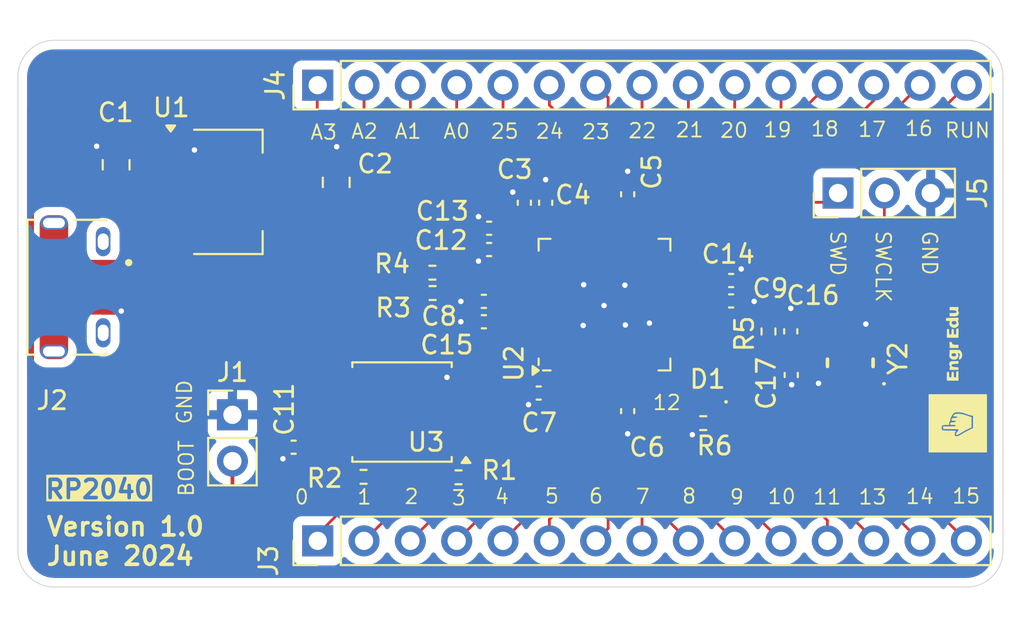
<source format=kicad_pcb>
(kicad_pcb (version 20240108) (generator "pcbnew") (generator_version "8.0")
  (layers (0 "F.Cu" signal) (31 "B.Cu" power) (34 "B.Paste" user) (35 "F.Paste" user) (36 "B.SilkS" user "B.Silkscreen") (37 "F.SilkS" user "F.Silkscreen") (38 "B.Mask" user) (39 "F.Mask" user) (44 "Edge.Cuts" user))
  (net 0 "")
  (net 1 "GND")
  (net 2 "+3.3V")
  (net 3 "+5V")
  (net 4 "/SWCLK")
  (net 5 "/SWD")
  (net 6 "+1V1")
  (net 7 "/USB_D-")
  (net 8 "/USB_D+")
  (net 16 "/QSPI_SS")
  (net 17 "/USB_BOOT")
  (net 18 "/QSPI_SD1")
  (net 19 "/QSPI_CLK")
  (net 20 "/QSPI_SD2")
  (net 21 "/QSPI_SD3")
  (net 22 "/QSPI_SD0")
  (net 23 "/MCU_USB_D+")
  (net 24 "/MCU_USB_D-")
  (net 25 "/XOUT")
  (net 26 "/XIN")
  (net 27 "/RUN")
  (net 28 "/GPIO_16")
  (net 29 "/GPIO_11")
  (net 30 "/GPIO_25")
  (net 31 "/GPIO_ADC2")
  (net 32 "/GPIO_ADC3")
  (net 33 "/GPIO_5")
  (net 34 "/GPIO_17")
  (net 35 "/GPIO_10")
  (net 36 "/GPIO_3")
  (net 37 "/GPIO_7")
  (net 38 "/GPIO_18")
  (net 39 "/GPIO_4")
  (net 40 "/GPIO_23")
  (net 41 "/GPIO_12")
  (net 42 "/GPIO_20")
  (net 43 "/GPIO_22")
  (net 44 "/GPIO_1")
  (net 45 "/GPIO_ADC0")
  (net 46 "/GPIO_8")
  (net 47 "/GPIO_24")
  (net 48 "/GPIO_6")
  (net 49 "/GPIO_0")
  (net 50 "/GPIO_2")
  (net 51 "/GPIO_13")
  (net 52 "/GPIO_14")
  (net 53 "/GPIO_21")
  (net 54 "/GPIO_19")
  (net 55 "/GPIO_ADC1")
  (net 56 "/GPIO_9")
  (net 57 "/GPIO_15")
  (net 58 "Net-(Y2-CRYSTAL_2)")
  (net 59 "Net-(D1-K)")
  (footprint "Capacitor_SMD:C_0402_1005Metric_Pad0.74x0.62mm_HandSolder" (layer "F.Cu") (at 122.9193 69.596)
    (property "Reference" "C9")
    (property "Value" "100nF")
  )
  (footprint "Connector_PinHeader_2.54mm:PinHeader_1x02_P2.54mm_Vertical" (layer "F.Cu") (at 95.5802 75.8444)
    (property "Reference" "J1")
    (property "Value" "Conn_01x02")
  )
  (footprint "Resistor_SMD:R_0402_1005Metric_Pad0.72x0.64mm_HandSolder" (layer "F.Cu") (at 106.553 69.1642 180)
    (property "Reference" "R3")
    (property "Value" "27R")
  )
  (footprint "Resistor_SMD:R_0402_1005Metric_Pad0.72x0.64mm_HandSolder" (layer "F.Cu") (at 102.7684 79.248)
    (property "Reference" "R2")
    (property "Value" "DNP")
  )
  (footprint "LED_SMD:LED_0402_1005Metric_Pad0.77x0.64mm_HandSolder" (layer "F.Cu") (at 121.3745 75.1332 180)
    (property "Reference" "D1")
    (property "Value" "LED")
  )
  (footprint "Resistor_SMD:R_0402_1005Metric_Pad0.72x0.64mm_HandSolder" (layer "F.Cu") (at 124.9654 71.2724 -90)
    (property "Reference" "R5")
    (property "Value" "1k")
  )
  (footprint "Crytal_ABM8-272-T3:Crytal_ABM8-272-T3" (layer "F.Cu") (at 129.4498 72.9926 90)
    (property "Reference" "Y2")
    (property "Value" "ABM8-272-T3" (hide yes))
  )
  (footprint "Capacitor_SMD:C_0402_1005Metric_Pad0.74x0.62mm_HandSolder" (layer "F.Cu") (at 109.6518 65.6082 180)
    (property "Reference" "C13")
    (property "Value" "1uF")
  )
  (footprint "Capacitor_SMD:C_0402_1005Metric_Pad0.74x0.62mm_HandSolder" (layer "F.Cu") (at 109.6518 66.7766)
    (property "Reference" "C12")
    (property "Value" "1uF")
  )
  (footprint "LOGO" (layer "F.Cu") (at 135.4328 73.152 90)
    (property "Reference" "G***" (hide yes))
    (property "Value" "LOGO" (hide yes))
  )
  (footprint "Resistor_SMD:R_0402_1005Metric_Pad0.72x0.64mm_HandSolder" (layer "F.Cu") (at 107.9754 79.2734 180)
    (property "Reference" "R1")
    (property "Value" "1k")
  )
  (footprint "USB_B_Micro_Amphenol:USB_B_Micro_Amphenol" (layer "F.Cu") (at 85.7936 68.8448 -90)
    (property "Reference" "J2")
    (property "Value" "USB_Micro")
  )
  (footprint "Capacitor_SMD:C_0402_1005Metric_Pad0.74x0.62mm_HandSolder" (layer "F.Cu") (at 117.2464 75.6412 -90)
    (property "Reference" "C6")
    (property "Value" "100nF")
  )
  (footprint "Capacitor_SMD:C_0402_1005Metric_Pad0.74x0.62mm_HandSolder" (layer "F.Cu") (at 117.2464 63.7453 90)
    (property "Reference" "C5")
    (property "Value" "100nF")
  )
  (footprint "Capacitor_SMD:C_0805_2012Metric_Pad1.18x1.45mm_HandSolder" (layer "F.Cu") (at 89.2048 62.1284 90)
    (property "Reference" "C1")
    (property "Value" "10uF")
  )
  (footprint "Connector_PinHeader_2.54mm:PinHeader_1x15_P2.54mm_Vertical" (layer "F.Cu") (at 100.2538 82.7596 90)
    (property "Reference" "J3")
    (property "Value" "Conn_01x15")
  )
  (footprint "Resistor_SMD:R_0402_1005Metric_Pad0.72x0.64mm_HandSolder" (layer "F.Cu") (at 121.3866 76.3016)
    (property "Reference" "R6")
    (property "Value" "1k")
  )
  (footprint "Resistor_SMD:R_0402_1005Metric_Pad0.72x0.64mm_HandSolder" (layer "F.Cu") (at 106.5404 68.0466 180)
    (property "Reference" "R4")
    (property "Value" "27R")
  )
  (footprint "Capacitor_SMD:C_0402_1005Metric_Pad0.74x0.62mm_HandSolder" (layer "F.Cu") (at 122.9193 68.4784)
    (property "Reference" "C14")
    (property "Value" "100nF")
  )
  (footprint "Capacitor_SMD:C_0402_1005Metric_Pad0.74x0.62mm_HandSolder" (layer "F.Cu") (at 111.5822 64.2112 90)
    (property "Reference" "C3")
    (property "Value" "100nF")
  )
  (footprint "Package_SO:SOIC-8_5.23x5.23mm_P1.27mm" (layer "F.Cu") (at 104.8766 75.692 180)
    (property "Reference" "U3")
    (property "Value" "W25Q128JVS")
  )
  (footprint "Capacitor_SMD:C_0402_1005Metric_Pad0.74x0.62mm_HandSolder" (layer "F.Cu") (at 98.933 77.6224 180)
    (property "Reference" "C11")
    (property "Value" "100nF")
  )
  (footprint "Package_TO_SOT_SMD:SOT-223-3_TabPin2" (layer "F.Cu") (at 95.3262 63.6137)
    (property "Reference" "U1")
    (property "Value" "NCP1117-3.3_SOT223")
  )
  (footprint "Capacitor_SMD:C_0402_1005Metric_Pad0.74x0.62mm_HandSolder" (layer "F.Cu") (at 126.2126 73.66 90)
    (property "Reference" "C17")
    (property "Value" "10pF")
  )
  (footprint "Capacitor_SMD:C_0805_2012Metric_Pad1.18x1.45mm_HandSolder" (layer "F.Cu") (at 101.2698 63.0936 90)
    (property "Reference" "C2")
    (property "Value" "10uF")
  )
  (footprint "Capacitor_SMD:C_0402_1005Metric_Pad0.74x0.62mm_HandSolder" (layer "F.Cu") (at 112.7506 64.2112 90)
    (property "Reference" "C4")
    (property "Value" "100nF")
  )
  (footprint "Capacitor_SMD:C_0402_1005Metric_Pad0.74x0.62mm_HandSolder" (layer "F.Cu") (at 109.3637 69.6214 180)
    (property "Reference" "C8")
    (property "Value" "100nF")
  )
  (footprint "Connector_PinHeader_2.54mm:PinHeader_1x03_P2.54mm_Vertical" (layer "F.Cu") (at 128.778 63.6778 90)
    (property "Reference" "J5")
    (property "Value" "SLink_Conn")
  )
  (footprint "Capacitor_SMD:C_0402_1005Metric_Pad0.74x0.62mm_HandSolder" (layer "F.Cu") (at 112.3696 74.6506 180)
    (property "Reference" "C7")
    (property "Value" "100nF")
  )
  (footprint "Package_DFN_QFN:QFN-56-1EP_7x7mm_P0.4mm_EP3.2x3.2mm" (layer "F.Cu") (at 115.9764 69.7992 90)
    (property "Reference" "U2")
    (property "Value" "RP2040")
  )
  (footprint "Capacitor_SMD:C_0402_1005Metric_Pad0.74x0.62mm_HandSolder" (layer "F.Cu") (at 126.1846 71.2637 -90)
    (property "Reference" "C16")
    (property "Value" "10pF")
  )
  (footprint "Connector_PinHeader_2.54mm:PinHeader_1x15_P2.54mm_Vertical" (layer "F.Cu") (at 100.2538 57.7596 90)
    (property "Reference" "J4")
    (property "Value" "Conn_01x15")
  )
  (footprint "Capacitor_SMD:C_0402_1005Metric_Pad0.74x0.62mm_HandSolder" (layer "F.Cu") (at 109.3637 70.739 180)
    (property "Reference" "C15")
    (property "Value" "100nF")
  )
  (gr_arc (start 135.82 55.2958) (mid 137.234214 55.881586) (end 137.82 57.2958) (stroke (width 0.05)) (layer "Edge.Cuts"))
  (gr_line (start 137.82 57.2958) (end 137.82 83.2958) (stroke (width 0.05)) (layer "Edge.Cuts"))
  (gr_arc (start 83.82 57.2958) (mid 84.405786 55.881586) (end 85.82 55.2958) (stroke (width 0.05)) (layer "Edge.Cuts"))
  (gr_line (start 135.82 85.2958) (end 85.82 85.2958) (stroke (width 0.05)) (layer "Edge.Cuts"))
  (gr_arc (start 85.82 85.2958) (mid 84.405786 84.710014) (end 83.82 83.2958) (stroke (width 0.05)) (layer "Edge.Cuts"))
  (gr_line (start 83.82 83.2958) (end 83.82 57.2958) (stroke (width 0.05)) (layer "Edge.Cuts"))
  (gr_arc (start 137.82 83.2958) (mid 137.234214 84.710014) (end 135.82 85.2958) (stroke (width 0.05)) (layer "Edge.Cuts"))
  (gr_line (start 85.82 55.2958) (end 135.82 55.2958) (stroke (width 0.05)) (layer "Edge.Cuts"))
  (gr_text "10" (at 124.8664 80.7974 0) (layer "F.SilkS") (effects (font (size 0.8 0.8) (thickness 0.1)) (justify left bottom)))
  (gr_text "25" (at 109.6772 60.7568 0) (layer "F.SilkS") (effects (font (size 0.8 0.8) (thickness 0.1)) (justify left bottom)))
  (gr_text "GND\n" (at 133.3246 65.6844 -90) (layer "F.SilkS") (effects (font (size 0.8 0.8) (thickness 0.1)) (justify left bottom)))
  (gr_text "11" (at 127.3556 80.8228 0) (layer "F.SilkS") (effects (font (size 0.8 0.8) (thickness 0.1)) (justify left bottom)))
  (gr_text "RUN" (at 134.5692 60.706 0) (layer "F.SilkS") (effects (font (size 0.8 0.8) (thickness 0.1)) (justify left bottom)))
  (gr_text "A3" (at 99.7966 60.8076 0) (layer "F.SilkS") (effects (font (size 0.8 0.8) (thickness 0.1)) (justify left bottom)))
  (gr_text "20" (at 122.2502 60.706 0) (layer "F.SilkS") (effects (font (size 0.8 0.8) (thickness 0.1)) (justify left bottom)))
  (gr_text "0" (at 98.933 80.8228 0) (layer "F.SilkS") (effects (font (size 0.8 0.8) (thickness 0.1)) (justify left bottom)))
  (gr_text "RP2040" (at 85.217 80.518 0) (layer "F.SilkS" knockout) (effects (font (size 1 1) (thickness 0.2) (bold yes)) (justify left bottom)))
  (gr_text "14" (at 132.4356 80.7974 0) (layer "F.SilkS") (effects (font (size 0.8 0.8) (thickness 0.1)) (justify left bottom)))
  (gr_text "GND" (at 93.4212 76.4286 90) (layer "F.SilkS") (effects (font (size 0.8 0.8) (thickness 0.1)) (justify left bottom)))
  (gr_text "18" (at 127.2286 60.6298 0) (layer "F.SilkS") (effects (font (size 0.8 0.8) (thickness 0.1)) (justify left bottom)))
  (gr_text "2" (at 104.9528 80.7974 0) (layer "F.SilkS") (effects (font (size 0.8 0.8) (thickness 0.1)) (justify left bottom)))
  (gr_text "23" (at 114.681 60.7822 0) (layer "F.SilkS") (effects (font (size 0.8 0.8) (thickness 0.1)) (justify left bottom)))
  (gr_text "A2" (at 102.0318 60.7568 0) (layer "F.SilkS") (effects (font (size 0.8 0.8) (thickness 0.1)) (justify left bottom)))
  (gr_text "SWCLK\n" (at 130.7846 65.6844 -90) (layer "F.SilkS") (effects (font (size 0.8 0.8) (thickness 0.1)) (justify left bottom)))
  (gr_text "13" (at 129.8448 80.8228 0) (layer "F.SilkS") (effects (font (size 0.8 0.8) (thickness 0.1)) (justify left bottom)))
  (gr_text "4" (at 109.9058 80.7974 0) (layer "F.SilkS") (effects (font (size 0.8 0.8) (thickness 0.1)) (justify left bottom)))
  (gr_text "19" (at 124.6378 60.6806 0) (layer "F.SilkS") (effects (font (size 0.8 0.8) (thickness 0.1)) (justify left bottom)))
  (gr_text "A0" (at 107.0864 60.7568 0) (layer "F.SilkS") (effects (font (size 0.8 0.8) (thickness 0.1)) (justify left bottom)))
  (gr_text "16" (at 132.3848 60.6044 0) (layer "F.SilkS") (effects (font (size 0.8 0.8) (thickness 0.1)) (justify left bottom)))
  (gr_text "8" (at 120.1674 80.772 0) (layer "F.SilkS") (effects (font (size 0.8 0.8) (thickness 0.1)) (justify left bottom)))
  (gr_text "9" (at 122.7836 80.8228 0) (layer "F.SilkS") (effects (font (size 0.8 0.8) (thickness 0.1)) (justify left bottom)))
  (gr_text "5" (at 112.649 80.772 0) (layer "F.SilkS") (effects (font (size 0.8 0.8) (thickness 0.1)) (justify left bottom)))
  (gr_text "15" (at 134.9756 80.772 0) (layer "F.SilkS") (effects (font (size 0.8 0.8) (thickness 0.1)) (justify left bottom)))
  (gr_text "BOOT" (at 93.5228 80.391 90) (layer "F.SilkS") (effects (font (size 0.8 0.8) (thickness 0.1)) (justify left bottom)))
  (gr_text "7" (at 117.6274 80.7974 0) (layer "F.SilkS") (effects (font (size 0.8 0.8) (thickness 0.1)) (justify left bottom)))
  (gr_text "3" (at 107.5436 80.8736 0) (layer "F.SilkS") (effects (font (size 0.8 0.8) (thickness 0.1)) (justify left bottom)))
  (gr_text "17" (at 129.8194 60.6552 0) (layer "F.SilkS") (effects (font (size 0.8 0.8) (thickness 0.1)) (justify left bottom)))
  (gr_text "6" (at 115.062 80.772 0) (layer "F.SilkS") (effects (font (size 0.8 0.8) (thickness 0.1)) (justify left bottom)))
  (gr_text "SWD" (at 128.2954 65.6844 -90) (layer "F.SilkS") (effects (font (size 0.8 0.8) (thickness 0.1)) (justify left bottom)))
  (gr_text "12" (at 118.5672 75.6412 0) (layer "F.SilkS") (effects (font (size 0.8 0.8) (thickness 0.1)) (justify left bottom)))
  (gr_text "22" (at 117.221 60.7314 0) (layer "F.SilkS") (effects (font (size 0.8 0.8) (thickness 0.1)) (justify left bottom)))
  (gr_text "24\n" (at 112.141 60.7568 0) (layer "F.SilkS") (effects (font (size 0.8 0.8) (thickness 0.1)) (justify left bottom)))
  (gr_text "21" (at 119.8118 60.6806 0) (layer "F.SilkS") (effects (font (size 0.8 0.8) (thickness 0.1)) (justify left bottom)))
  (gr_text "A1" (at 104.4194 60.7568 0) (layer "F.SilkS") (effects (font (size 0.8 0.8) (thickness 0.1)) (justify left bottom)))
  (gr_text "Version 1.0\nJune 2024" (at 85.2932 84.1756 0) (layer "F.SilkS") (effects (font (size 1 1) (thickness 0.2) (bold yes)) (justify left bottom)))
  (gr_text "1" (at 102.362 80.8228 0) (layer "F.SilkS") (effects (font (size 0.8 0.8) (thickness 0.1)) (justify left bottom)))
  (segment (start 127.7112 74.1172) (end 128.5494 74.1172) (width 0.381) (layer "F.Cu") (net 1))
  (segment (start 108.7962 69.6214) (end 108.1024 69.6214) (width 0.381) (layer "F.Cu") (net 1))
  (segment (start 111.3195 63.6437) (end 111.3028 63.627) (width 0.381) (layer "F.Cu") (net 1))
  (segment (start 111.8021 75.2769) (end 111.8108 75.2856) (width 0.381) (layer "F.Cu") (net 1))
  (segment (start 111.3028 63.627) (end 110.9472 63.627) (width 0.381) (layer "F.Cu") (net 1))
  (segment (start 101.2952 62.0307) (end 101.2698 62.0561) (width 0.381) (layer "F.Cu") (net 1))
  (segment (start 128.5494 74.1172) (end 128.5748 74.1426) (width 0.381) (layer "F.Cu") (net 1))
  (segment (start 109.0843 64.9899) (end 109.0843 65.6082) (width 0.381) (layer "F.Cu") (net 1))
  (segment (start 108.4766 73.787) (end 107.3404 73.787) (width 0.381) (layer "F.Cu") (net 1))
  (segment (start 123.4868 68.4784) (end 123.4868 67.8608) (width 0.381) (layer "F.Cu") (net 1))
  (segment (start 120.7891 76.3016) (end 120.7891 76.9354) (width 0.381) (layer "F.Cu") (net 1))
  (segment (start 108.7962 70.739) (end 108.1024 70.739) (width 0.381) (layer "F.Cu") (net 1))
  (segment (start 126.1872 70.0024) (end 126.1872 70.6936) (width 0.381) (layer "F.Cu") (net 1))
  (segment (start 124.1806 69.6214) (end 123.5122 69.6214) (width 0.381) (layer "F.Cu") (net 1))
  (segment (start 112.7506 62.9412) (end 112.7506 63.6437) (width 0.381) (layer "F.Cu") (net 1))
  (segment (start 120.7891 76.9354) (end 120.7903 76.9366) (width 0.381) (layer "F.Cu") (net 1))
  (segment (start 98.3655 77.6224) (end 98.3655 78.2407) (width 0.381) (layer "F.Cu") (net 1))
  (segment (start 111.5822 63.6437) (end 111.3195 63.6437) (width 0.381) (layer "F.Cu") (net 1))
  (segment (start 130.302 70.866) (end 130.3248 70.8888) (width 0.381) (layer "F.Cu") (net 1))
  (segment (start 117.2464 76.2087) (end 117.2464 76.8858) (width 0.381) (layer "F.Cu") (net 1))
  (segment (start 109.0843 67.3949) (end 109.0676 67.4116) (width 0.381) (layer "F.Cu") (net 1))
  (segment (start 92.1781 61.3156) (end 92.1762 61.3137) (width 0.381) (layer "F.Cu") (net 1))
  (segment (start 118.4562 70.7992) (end 118.4402 70.8152) (width 0.1524) (layer "F.Cu") (net 1))
  (segment (start 123.5122 69.6214) (end 123.4868 69.596) (width 0.381) (layer "F.Cu") (net 1))
  (segment (start 123.4868 67.8608) (end 123.4694 67.8434) (width 0.381) (layer "F.Cu") (net 1))
  (segment (start 88.4786 70.1548) (end 88.4686 70.1448) (width 0.381) (layer "F.Cu") (net 1))
  (segment (start 98.3655 78.2407) (end 98.3488 78.2574) (width 0.381) (layer "F.Cu") (net 1))
  (segment (start 89.2048 61.0909) (end 88.1595 61.0909) (width 0.381) (layer "F.Cu") (net 1))
  (segment (start 93.4974 61.3156) (end 92.1781 61.3156) (width 0.381) (layer "F.Cu") (net 1))
  (segment (start 89.4842 70.1548) (end 88.4786 70.1548) (width 0.381) (layer "F.Cu") (net 1))
  (segment (start 109.0843 66.7766) (end 109.0843 67.3949) (width 0.381) (layer "F.Cu") (net 1))
  (segment (start 101.2952 61.1378) (end 101.2952 62.0307) (width 0.381) (layer "F.Cu") (net 1))
  (segment (start 126.1872 70.6936) (end 126.1846 70.6962) (width 0.381) (layer "F.Cu") (net 1))
  (segment (start 117.2464 62.484) (end 117.2464 63.1778) (width 0.381) (layer "F.Cu") (net 1))
  (segment (start 130.3248 70.8888) (end 130.3248 71.8426) (width 0.381) (layer "F.Cu") (net 1))
  (segment (start 111.8021 74.6506) (end 111.8021 75.2769) (width 0.381) (layer "F.Cu") (net 1))
  (segment (start 88.1595 61.0909) (end 88.138 61.1124) (width 0.381) (layer "F.Cu") (net 1))
  (segment (start 119.4139 70.7992) (end 118.4562 70.7992) (width 0.1524) (layer "F.Cu") (net 1))
  (segment (start 109.0676 64.9732) (end 109.0843 64.9899) (width 0.381) (layer "F.Cu") (net 1))
  (via (at 108.1024 69.6214) (size 0.6) (drill 0.3) (layers "F.Cu" "B.Cu") (net 1))
  (via (at 115.951 69.85) (size 0.6) (drill 0.3) (layers "F.Cu" "B.Cu") (net 1))
  (via (at 88.138 61.1124) (size 0.6) (drill 0.3) (layers "F.Cu" "B.Cu") (net 1))
  (via (at 109.0676 64.9732) (size 0.6) (drill 0.3) (layers "F.Cu" "B.Cu") (net 1))
  (via (at 126.1872 70.0024) (size 0.6) (drill 0.3) (layers "F.Cu" "B.Cu") (net 1))
  (via (at 117.2464 62.484) (size 0.6) (drill 0.3) (layers "F.Cu" "B.Cu") (net 1))
  (via (at 126.238 74.1934) (size 0.6) (drill 0.3) (layers "F.Cu" "B.Cu") (net 1))
  (via (at 123.4694 67.8434) (size 0.6) (drill 0.3) (layers "F.Cu" "B.Cu") (net 1))
  (via (at 114.8334 68.707) (size 0.6) (drill 0.3) (layers "F.Cu" "B.Cu") (net 1))
  (via (at 127.7112 74.1172) (size 0.6) (drill 0.3) (layers "F.Cu" "B.Cu") (net 1))
  (via (at 107.3404 73.787) (size 0.6) (drill 0.3) (layers "F.Cu" "B.Cu") (net 1))
  (via (at 93.4974 61.3156) (size 0.6) (drill 0.3) (layers "F.Cu" "B.Cu") (net 1))
  (via (at 120.7903 76.9366) (size 0.6) (drill 0.3) (layers "F.Cu" "B.Cu") (net 1))
  (via (at 117.094 68.7324) (size 0.6) (drill 0.3) (layers "F.Cu" "B.Cu") (net 1))
  (via (at 117.2464 76.8858) (size 0.6) (drill 0.3) (layers "F.Cu" "B.Cu") (net 1))
  (via (at 117.1194 70.9168) (size 0.6) (drill 0.3) (layers "F.Cu" "B.Cu") (net 1))
  (via (at 101.2952 61.1378) (size 0.6) (drill 0.3) (layers "F.Cu" "B.Cu") (net 1))
  (via (at 112.7506 62.9412) (size 0.6) (drill 0.3) (layers "F.Cu" "B.Cu") (net 1))
  (via (at 110.9472 63.627) (size 0.6) (drill 0.3) (layers "F.Cu" "B.Cu") (net 1))
  (via (at 98.3488 78.2574) (size 0.6) (drill 0.3) (layers "F.Cu" "B.Cu") (net 1))
  (via (at 130.302 70.866) (size 0.6) (drill 0.3) (layers "F.Cu" "B.Cu") (net 1))
  (via (at 118.4402 70.8152) (size 0.6) (drill 0.3) (layers "F.Cu" "B.Cu") (net 1))
  (via (at 124.1806 69.6214) (size 0.6) (drill 0.3) (layers "F.Cu" "B.Cu") (net 1))
  (via (at 109.0676 67.4116) (size 0.6) (drill 0.3) (layers "F.Cu" "B.Cu") (net 1))
  (via (at 89.4842 70.1548) (size 0.6) (drill 0.3) (layers "F.Cu" "B.Cu") (net 1))
  (via (at 114.808 70.9422) (size 0.6) (drill 0.3) (layers "F.Cu" "B.Cu") (net 1))
  (via (at 111.8108 75.2856) (size 0.6) (drill 0.3) (layers "F.Cu" "B.Cu") (net 1))
  (via (at 108.1024 70.739) (size 0.6) (drill 0.3) (layers "F.Cu" "B.Cu") (net 1))
  (segment (start 116.9764 72.0946) (end 116.9764 73.2367) (width 0.1524) (layer "F.Cu") (net 2))
  (segment (start 118.4688 69.5992) (end 118.364 69.4944) (width 0.1524) (layer "F.Cu") (net 2))
  (segment (start 114.0206 67.691) (end 113.792 67.9196) (width 0.1524) (layer "F.Cu") (net 2))
  (segment (start 113.4716 67.5992) (end 113.792 67.9196) (width 0.1524) (layer "F.Cu") (net 2))
  (segment (start 99.4664 76.7588) (end 99.4664 77.5883) (width 0.381) (layer "F.Cu") (net 2))
  (segment (start 116.8146 67.691) (end 114.8334 67.691) (width 0.1524) (layer "F.Cu") (net 2))
  (segment (start 112.9371 74.0831) (end 112.9371 74.6506) (width 0.1524) (layer "F.Cu") (net 2))
  (segment (start 116.9764 66.3617) (end 116.9764 67.5292) (width 0.1524) (layer "F.Cu") (net 2))
  (segment (start 118.2116 67.691) (end 116.8146 67.691) (width 0.1524) (layer "F.Cu") (net 2))
  (segment (start 113.3764 73.6438) (end 112.9371 74.0831) (width 0.1524) (layer "F.Cu") (net 2))
  (segment (start 119.4139 69.5992) (end 122.3486 69.5992) (width 0.1524) (layer "F.Cu") (net 2))
  (segment (start 114.8334 67.691) (end 114.0206 67.691) (width 0.1524) (layer "F.Cu") (net 2))
  (segment (start 117.2464 64.9986) (end 117.2464 64.3128) (width 0.1524) (layer "F.Cu") (net 2))
  (segment (start 110.9472 65.6082) (end 110.2193 65.6082) (width 0.1524) (layer "F.Cu") (net 2))
  (segment (start 84.5105 73.533) (end 84.8407 73.8632) (width 0.381) (layer "F.Cu") (net 2))
  (segment (start 116.9764 66.3617) (end 116.9764 65.2686) (width 0.1524) (layer "F.Cu") (net 2))
  (segment (start 95.758 63.6137) (end 95.3516 63.2073) (width 0.381) (layer "F.Cu") (net 2))
  (segment (start 94.3356 58.0136) (end 85.6488 58.0136) (width 0.381) (layer "F.Cu") (net 2))
  (segment (start 113.2678 67.1992) (end 112.5389 67.1992) (width 0.1524) (layer "F.Cu") (net 2))
  (segment (start 111.8524 67.1992) (end 111.5822 66.929) (width 0.1524) (layer "F.Cu") (net 2))
  (segment (start 93.218 72.2376) (end 97.6122 72.2376) (width 0.381) (layer "F.Cu") (net 2))
  (segment (start 85.6488 58.0136) (end 84.5105 59.1519) (width 0.381) (layer "F.Cu") (net 2))
  (segment (start 111.5822 66.929) (end 111.5822 64.7787) (width 0.1524) (layer "F.Cu") (net 2))
  (segment (start 113.6238 69.1992) (end 113.792 69.3674) (width 0.1524) (layer "F.Cu") (net 2))
  (segment (start 111.2266 65.8876) (end 110.9472 65.6082) (width 0.1524) (layer "F.Cu") (net 2))
  (segment (start 84.8407 73.8632) (end 91.5924 73.8632) (width 0.381) (layer "F.Cu") (net 2))
  (segment (start 116.9764 67.5292) (end 116.8146 67.691) (width 0.1524) (layer "F.Cu") (net 2))
  (segment (start 109.7495 64.1311) (end 110.2106 64.5922) (width 0.381) (layer "F.Cu") (net 2))
  (segment (start 113.5158 69.5992) (end 113.792 69.8754) (width 0.1524) (layer "F.Cu") (net 2))
  (segment (start 113.3764 73.2367) (end 113.3764 73.6438) (width 0.1524) (layer "F.Cu") (net 2))
  (segment (start 102.1963 78.1171) (end 102.1963 79.2226) (width 0.2032) (layer "F.Cu") (net 2))
  (segment (start 113.792 69.8754) (end 113.792 71.7042) (width 0.1524) (layer "F.Cu") (net 2))
  (segment (start 113.3764 66.3617) (end 113.3764 67.0906) (width 0.1524) (layer "F.Cu") (net 2))
  (segment (start 112.8945 66.3617) (end 113.3748 66.3617) (width 0.2032) (layer "F.Cu") (net 2))
  (segment (start 98.4504 75.7428) (end 99.4664 76.7588) (width 0.381) (layer "F.Cu") (net 2))
  (segment (start 112.7506 66.2178) (end 112.8945 66.3617) (width 0.2032) (layer "F.Cu") (net 2))
  (segment (start 112.5389 69.1992) (end 113.6238 69.1992) (width 0.1524) (layer "F.Cu") (net 2))
  (segment (start 110.2106 65.5995) (end 110.2193 65.6082) (width 0.381) (layer "F.Cu") (net 2))
  (segment (start 113.3764 72.577) (end 114.0206 71.9328) (width 0.1524) (layer "F.Cu") (net 2))
  (segment (start 118.364 69.4944) (end 118.364 67.8434) (width 0.1524) (layer "F.Cu") (net 2))
  (segment (start 117.2464 75.0737) (end 117.2464 74.5236) (width 0.1524) (layer "F.Cu") (net 2))
  (segment (start 111.2266 67.0814) (end 111.2266 65.8876) (width 0.1524) (layer "F.Cu") (net 2))
  (segment (start 112.7506 64.7787) (end 112.7506 66.2178) (width 0.2032) (layer "F.Cu") (net 2))
  (segment (start 101.2766 77.597) (end 101.6762 77.597) (width 0.2032) (layer "F.Cu") (net 2))
  (segment (start 101.2698 64.1311) (end 98.9936 64.1311) (width 0.381) (layer "F.Cu") (net 2))
  (segment (start 101.2698 64.1311) (end 109.7495 64.1311) (width 0.381) (layer "F.Cu") (net 2))
  (segment (start 102.1963 79.2226) (end 102.1709 79.248) (width 0.2032) (layer "F.Cu") (net 2))
  (segment (start 84.5105 59.1519) (end 84.5105 73.533) (width 0.381) (layer "F.Cu") (net 2))
  (segment (start 118.364 67.8434) (end 118.2116 67.691) (width 0.1524) (layer "F.Cu") (net 2))
  (segment (start 99.5259 77.597) (end 99.5005 77.6224) (width 0.2032) (layer "F.Cu") (net 2))
  (segment (start 98.9936 64.1311) (end 98.4762 63.6137) (width 0.381) (layer "F.Cu") (net 2))
  (segment (start 110.2106 64.5922) (end 110.2106 65.5995) (width 0.381) (layer "F.Cu") (net 2))
  (segment (start 112.5389 69.5992) (end 109.9534 69.5992) (width 0.1524) (layer "F.Cu") (net 2))
  (segment (start 92.1762 63.6137) (end 98.4762 63.6137) (width 0.381) (layer "F.Cu") (net 2))
  (segment (start 116.9764 74.2536) (end 116.9764 73.2367) (width 0.1524) (layer "F.Cu") (net 2))
  (segment (start 112.5389 67.5992) (end 111.7444 67.5992) (width 0.1524) (layer "F.Cu") (net 2))
  (segment (start 117.2464 74.5236) (end 116.9764 74.2536) (width 0.1524) (layer "F.Cu") (net 2))
  (segment (start 114.0206 71.9328) (end 116.8146 71.9328) (width 0.1524) (layer "F.Cu") (net 2))
  (segment (start 116.9764 65.2686) (end 117.2464 64.9986) (width 0.1524) (layer "F.Cu") (net 2))
  (segment (start 97.6122 72.2376) (end 98.4504 73.0758) (width 0.381) (layer "F.Cu") (net 2))
  (segment (start 113.284 67.183) (end 114.2238 67.183) (width 0.1524) (layer "F.Cu") (net 2))
  (segment (start 113.792 67.9196) (end 113.792 69.3674) (width 0.1524) (layer "F.Cu") (net 2))
  (segment (start 99.4664 77.5883) (end 99.5005 77.6224) (width 0.381) (layer "F.Cu") (net 2))
  (segment (start 113.3764 67.0906) (end 113.2678 67.1992) (width 0.1524) (layer "F.Cu") (net 2))
  (segment (start 119.4139 69.5992) (end 118.4688 69.5992) (width 0.1524) (layer "F.Cu") (net 2))
  (segment (start 109.9534 69.5992) (end 109.9312 69.6214) (width 0.1524) (layer "F.Cu") (net 2))
  (segment (start 95.3516 59.0296) (end 94.3356 58.0136) (width 0.381) (layer "F.Cu") (net 2))
  (segment (start 91.5924 73.8632) (end 93.218 72.2376) (width 0.381) (layer "F.Cu") (net 2))
  (segment (start 101.6762 77.597) (end 102.1963 78.1171) (width 0.2032) (layer "F.Cu") (net 2))
  (segment (start 114.7318 67.691) (end 114.8334 67.691) (width 0.1524) (layer "F.Cu") (net 2))
  (segment (start 98.4504 73.0758) (end 98.4504 75.7428) (width 0.381) (layer "F.Cu") (net 2))
  (segment (start 112.5389 67.1992) (end 111.8524 67.1992) (width 0.1524) (layer "F.Cu") (net 2))
  (segment (start 122.3486 69.5992) (end 122.3518 69.596) (width 0.1524) (layer "F.Cu") (net 2))
  (segment (start 113.2678 67.1992) (end 113.284 67.183) (width 0.1524) (layer "F.Cu") (net 2))
  (segment (start 114.2238 67.183) (end 114.7318 67.691) (width 0.1524) (layer "F.Cu") (net 2))
  (segment (start 111.7444 67.5992) (end 111.2266 67.0814) (width 0.1524) (layer "F.Cu") (net 2))
  (segment (start 101.2766 77.597) (end 99.5259 77.597) (width 0.2032) (layer "F.Cu") (net 2))
  (segment (start 95.3516 63.2073) (end 95.3516 59.0296) (width 0.381) (layer "F.Cu") (net 2))
  (segment (start 116.8146 71.9328) (end 116.9764 72.0946) (width 0.1524) (layer "F.Cu") (net 2))
  (segment (start 113.792 69.3674) (end 113.792 69.8754) (width 0.1524) (layer "F.Cu") (net 2))
  (segment (start 113.792 71.7042) (end 114.0206 71.9328) (width 0.1524) (layer "F.Cu") (net 2))
  (segment (start 112.5389 67.5992) (end 113.4716 67.5992) (width 0.1524) (layer "F.Cu") (net 2))
  (segment (start 112.5389 69.5992) (end 113.5158 69.5992) (width 0.1524) (layer "F.Cu") (net 2))
  (segment (start 113.3764 73.2367) (end 113.3764 72.577) (width 0.1524) (layer "F.Cu") (net 2))
  (segment (start 92.1766 67.056) (end 92.1762 67.0556) (width 0.381) (layer "F.Cu") (net 3))
  (segment (start 89.3572 63.3183) (end 89.2048 63.1659) (width 0.381) (layer "F.Cu") (net 3))
  (segment (start 92.1762 65.9137) (end 90.6533 65.9137) (width 0.381) (layer "F.Cu") (net 3))
  (segment (start 92.1762 67.0556) (end 92.1762 65.9137) (width 0.381) (layer "F.Cu") (net 3))
  (segment (start 90.6533 65.9137) (end 89.3572 64.6176) (width 0.381) (layer "F.Cu") (net 3))
  (segment (start 91.6878 67.5448) (end 92.1766 67.056) (width 0.381) (layer "F.Cu") (net 3))
  (segment (start 89.3572 64.6176) (end 89.3572 63.3183) (width 0.381) (layer "F.Cu") (net 3))
  (segment (start 88.4686 67.5448) (end 91.6878 67.5448) (width 0.381) (layer "F.Cu") (net 3))
  (segment (start 121.5644 67.691) (end 121.8438 67.691) (width 0.1524) (layer "F.Cu") (net 4))
  (segment (start 131.318 64.9986) (end 131.318 63.6778) (width 0.1524) (layer "F.Cu") (net 4))
  (segment (start 119.4139 68.7992) (end 120.4562 68.7992) (width 0.1524) (layer "F.Cu") (net 4))
  (segment (start 121.8438 67.691) (end 123.444 66.0908) (width 0.1524) (layer "F.Cu") (net 4))
  (segment (start 130.2258 66.0908) (end 131.318 64.9986) (width 0.1524) (layer "F.Cu") (net 4))
  (segment (start 120.4562 68.7992) (end 121.5644 67.691) (width 0.1524) (layer "F.Cu") (net 4))
  (segment (start 123.444 66.0908) (end 130.2258 66.0908) (width 0.1524) (layer "F.Cu") (net 4))
  (segment (start 119.4139 68.3992) (end 120.2974 68.3992) (width 0.1524) (layer "F.Cu") (net 5))
  (segment (start 120.2974 68.3992) (end 124.5108 64.1858) (width 0.1524) (layer "F.Cu") (net 5))
  (segment (start 128.27 64.1858) (end 128.778 63.6778) (width 0.1524) (layer "F.Cu") (net 5))
  (segment (start 124.5108 64.1858) (end 128.27 64.1858) (width 0.1524) (layer "F.Cu") (net 5))
  (segment (start 120.7674 69.1992) (end 121.4882 68.4784) (width 0.1524) (layer "F.Cu") (net 6))
  (segment (start 110.6678 70.739) (end 109.9312 70.739) (width 0.1524) (layer "F.Cu") (net 6))
  (segment (start 112.5389 69.9992) (end 111.0266 69.9992) (width 0.1524) (layer "F.Cu") (net 6))
  (segment (start 112.5389 67.9992) (end 110.7982 67.9992) (width 0.1524) (layer "F.Cu") (net 6))
  (segment (start 110.7694 70.2564) (end 110.7694 70.6374) (width 0.1524) (layer "F.Cu") (net 6))
  (segment (start 119.4139 69.1992) (end 120.7674 69.1992) (width 0.1524) (layer "F.Cu") (net 6))
  (segment (start 110.2106 67.4116) (end 110.2193 67.4029) (width 0.1524) (layer "F.Cu") (net 6))
  (segment (start 111.0266 69.9992) (end 110.7694 70.2564) (width 0.1524) (layer "F.Cu") (net 6))
  (segment (start 121.4882 68.4784) (end 122.3518 68.4784) (width 0.1524) (layer "F.Cu") (net 6))
  (segment (start 110.2193 67.4029) (end 110.2193 66.7766) (width 0.1524) (layer "F.Cu") (net 6))
  (segment (start 110.7982 67.9992) (end 110.2106 67.4116) (width 0.1524) (layer "F.Cu") (net 6))
  (segment (start 110.7694 70.6374) (end 110.6678 70.739) (width 0.1524) (layer "F.Cu") (net 6))
  (segment (start 105.615401 68.374099) (end 105.9429 68.0466) (width 0.2) (layer "F.Cu") (net 7))
  (segment (start 89.581101 68.2948) (end 104.751238 68.2948) (width 0.2) (layer "F.Cu") (net 7))
  (segment (start 104.751238 68.2948) (end 104.830537 68.374099) (width 0.2) (layer "F.Cu") (net 7))
  (segment (start 89.481101 68.1948) (end 89.581101 68.2948) (width 0.2) (layer "F.Cu") (net 7))
  (segment (start 104.830537 68.374099) (end 105.615401 68.374099) (width 0.2) (layer "F.Cu") (net 7))
  (segment (start 88.4686 68.1948) (end 89.481101 68.1948) (width 0.2) (layer "F.Cu") (net 7))
  (segment (start 88.4686 68.8448) (end 89.481101 68.8448) (width 0.2) (layer "F.Cu") (net 8))
  (segment (start 89.581101 68.7448) (end 104.5718 68.7448) (width 0.2) (layer "F.Cu") (net 8))
  (segment (start 105.615401 68.824101) (end 105.9555 69.1642) (width 0.2) (layer "F.Cu") (net 8))
  (segment (start 89.481101 68.8448) (end 89.581101 68.7448) (width 0.2) (layer "F.Cu") (net 8))
  (segment (start 104.651101 68.824101) (end 105.615401 68.824101) (width 0.2) (layer "F.Cu") (net 8))
  (segment (start 104.5718 68.7448) (end 104.651101 68.824101) (width 0.2) (layer "F.Cu") (net 8))
  (segment (start 103.3913 78.4727) (end 103.3913 79.2226) (width 0.2032) (layer "F.Cu") (net 16))
  (segment (start 103.3913 78.4727) (end 104.2162 77.6478) (width 0.2032) (layer "F.Cu") (net 16))
  (segment (start 112.03284 72.3992) (end 110.998 73.43404) (width 0.1524) (layer "F.Cu") (net 16))
  (segment (start 104.2162 77.6478) (end 108.4258 77.6478) (width 0.2032) (layer "F.Cu") (net 16))
  (segment (start 108.5729 77.6933) (end 108.5729 79.2734) (width 0.1524) (layer "F.Cu") (net 16))
  (segment (start 103.3913 79.2226) (end 103.3659 79.248) (width 0.2032) (layer "F.Cu") (net 16))
  (segment (start 108.4258 77.6478) (end 108.4766 77.597) (width 0.2032) (layer "F.Cu") (net 16))
  (segment (start 110.998 77.216) (end 110.617 77.597) (width 0.1524) (layer "F.Cu") (net 16))
  (segment (start 112.5389 72.3992) (end 112.03284 72.3992) (width 0.1524) (layer "F.Cu") (net 16))
  (segment (start 108.4766 77.597) (end 108.5729 77.6933) (width 0.1524) (layer "F.Cu") (net 16))
  (segment (start 110.617 77.597) (end 108.4766 77.597) (width 0.1524) (layer "F.Cu") (net 16))
  (segment (start 110.998 73.43404) (end 110.998 77.216) (width 0.1524) (layer "F.Cu") (net 16))
  (segment (start 106.0196 79.2734) (end 107.3779 79.2734) (width 0.2032) (layer "F.Cu") (net 17))
  (segment (start 95.5802 78.3844) (end 95.5802 79.8068) (width 0.2032) (layer "F.Cu") (net 17))
  (segment (start 96.139 80.3656) (end 104.9274 80.3656) (width 0.2032) (layer "F.Cu") (net 17))
  (segment (start 104.9274 80.3656) (end 106.0196 79.2734) (width 0.2032) (layer "F.Cu") (net 17))
  (segment (start 95.5802 79.8068) (end 96.139 80.3656) (width 0.2032) (layer "F.Cu") (net 17))
  (segment (start 110.5884 73.345272) (end 110.5884 75.8222) (width 0.1524) (layer "F.Cu") (net 18))
  (segment (start 111.934472 71.9992) (end 110.5884 73.345272) (width 0.1524) (layer "F.Cu") (net 18))
  (segment (start 110.109 76.3016) (end 108.502 76.3016) (width 0.1524) (layer "F.Cu") (net 18))
  (segment (start 108.502 76.3016) (end 108.4766 76.327) (width 0.1524) (layer "F.Cu") (net 18))
  (segment (start 110.5884 75.8222) (end 110.109 76.3016) (width 0.1524) (layer "F.Cu") (net 18))
  (segment (start 112.5389 71.9992) (end 111.934472 71.9992) (width 0.1524) (layer "F.Cu") (net 18))
  (segment (start 101.2766 75.057) (end 100.2538 75.057) (width 0.1524) (layer "F.Cu") (net 19))
  (segment (start 100.2538 75.057) (end 100.0252 74.8284) (width 0.1524) (layer "F.Cu") (net 19))
  (segment (start 100.0252 74.8284) (end 100.0252 72.4916) (width 0.1524) (layer "F.Cu") (net 19))
  (segment (start 100.0252 72.4916) (end 100.6602 71.8566) (width 0.1524) (layer "F.Cu") (net 19))
  (segment (start 110.581968 71.8566) (end 111.639368 70.7992) (width 0.1524) (layer "F.Cu") (net 19))
  (segment (start 111.639368 70.7992) (end 112.5389 70.7992) (width 0.1524) (layer "F.Cu") (net 19))
  (segment (start 100.6602 71.8566) (end 110.581968 71.8566) (width 0.1524) (layer "F.Cu") (net 19))
  (segment (start 109.9566 75.057) (end 108.4766 75.057) (width 0.1524) (layer "F.Cu") (net 20))
  (segment (start 110.236 74.7776) (end 109.9566 75.057) (width 0.1524) (layer "F.Cu") (net 20))
  (segment (start 112.5389 71.5992) (end 111.836104 71.5992) (width 0.1524) (layer "F.Cu") (net 20))
  (segment (start 110.236 73.199304) (end 110.236 74.7776) (width 0.1524) (layer "F.Cu") (net 20))
  (segment (start 111.836104 71.5992) (end 110.236 73.199304) (width 0.1524) (layer "F.Cu") (net 20))
  (segment (start 99.6442 72.263) (end 100.4062 71.501) (width 0.1524) (layer "F.Cu") (net 21))
  (segment (start 100.4062 71.501) (end 110.4392 71.501) (width 0.1524) (layer "F.Cu") (net 21))
  (segment (start 100.2284 76.327) (end 99.6442 75.7428) (width 0.1524) (layer "F.Cu") (net 21))
  (segment (start 99.6442 75.7428) (end 99.6442 72.263) (width 0.1524) (layer "F.Cu") (net 21))
  (segment (start 101.2766 76.327) (end 100.2284 76.327) (width 0.1524) (layer "F.Cu") (net 21))
  (segment (start 110.4392 71.501) (end 111.541 70.3992) (width 0.1524) (layer "F.Cu") (net 21))
  (segment (start 111.541 70.3992) (end 112.5389 70.3992) (width 0.1524) (layer "F.Cu") (net 21))
  (segment (start 110.724736 72.2122) (end 103.0732 72.2122) (width 0.1524) (layer "F.Cu") (net 22))
  (segment (start 102.87 72.4154) (end 102.87 73.533) (width 0.1524) (layer "F.Cu") (net 22))
  (segment (start 111.737736 71.1992) (end 110.724736 72.2122) (width 0.1524) (layer "F.Cu") (net 22))
  (segment (start 102.616 73.787) (end 101.2766 73.787) (width 0.1524) (layer "F.Cu") (net 22))
  (segment (start 102.87 73.533) (end 102.616 73.787) (width 0.1524) (layer "F.Cu") (net 22))
  (segment (start 103.0732 72.2122) (end 102.87 72.4154) (width 0.1524) (layer "F.Cu") (net 22))
  (segment (start 112.5389 71.1992) (end 111.737736 71.1992) (width 0.1524) (layer "F.Cu") (net 22))
  (segment (start 107.5018 68.8129) (end 107.1505 69.1642) (width 0.1524) (layer "F.Cu") (net 23))
  (segment (start 108.7394 68.8086) (end 108.7374 68.8066) (width 0.1524) (layer "F.Cu") (net 23))
  (segment (start 111.363 68.7992) (end 111.3536 68.8086) (width 0.1524) (layer "F.Cu") (net 23))
  (segment (start 112.5389 68.7992) (end 111.363 68.7992) (width 0.1524) (layer "F.Cu") (net 23))
  (segment (start 107.9246 68.8066) (end 107.9183 68.8129) (width 0.1524) (layer "F.Cu") (net 23))
  (segment (start 107.9183 68.8129) (end 107.5018 68.8129) (width 0.1524) (layer "F.Cu") (net 23))
  (segment (start 108.7374 68.8066) (end 107.9246 68.8066) (width 0.1524) (layer "F.Cu") (net 23))
  (segment (start 111.3536 68.8086) (end 108.7394 68.8086) (width 0.1524) (layer "F.Cu") (net 23))
  (segment (start 111.3312 68.3992) (end 111.3282 68.4022) (width 0.1524) (layer "F.Cu") (net 24))
  (segment (start 107.77061 68.4042) (end 107.76431 68.4105) (width 0.1524) (layer "F.Cu") (net 24))
  (segment (start 107.76431 68.4105) (end 107.5018 68.4105) (width 0.1524) (layer "F.Cu") (net 24))
  (segment (start 111.3282 68.4022) (end 108.7394 68.4022) (width 0.1524) (layer "F.Cu") (net 24))
  (segment (start 108.7374 68.4042) (end 107.77061 68.4042) (width 0.1524) (layer "F.Cu") (net 24))
  (segment (start 107.5018 68.4105) (end 107.1379 68.0466) (width 0.1524) (layer "F.Cu") (net 24))
  (segment (start 108.7394 68.4022) (end 108.7374 68.4042) (width 0.1524) (layer "F.Cu") (net 24))
  (segment (start 112.5389 68.3992) (end 111.3312 68.3992) (width 0.1524) (layer "F.Cu") (net 24))
  (segment (start 124.8771 70.5866) (end 124.9654 70.6749) (width 0.1524) (layer "F.Cu") (net 25))
  (segment (start 121.0278 69.9992) (end 121.6152 70.5866) (width 0.1524) (layer "F.Cu") (net 25))
  (segment (start 121.6152 70.5866) (end 124.8771 70.5866) (width 0.1524) (layer "F.Cu") (net 25))
  (segment (start 119.4139 69.9992) (end 121.0278 69.9992) (width 0.1524) (layer "F.Cu") (net 25))
  (segment (start 126.2213 73.1012) (end 126.2126 73.0925) (width 0.1524) (layer "F.Cu") (net 26))
  (segment (start 123.2575 73.0925) (end 126.2126 73.0925) (width 0.1524) (layer "F.Cu") (net 26))
  (segment (start 130.3248 74.1426) (end 130.3248 73.505) (width 0.1524) (layer "F.Cu") (net 26))
  (segment (start 120.5642 70.3992) (end 123.2575 73.0925) (width 0.1524) (layer "F.Cu") (net 26))
  (segment (start 119.4139 70.3992) (end 120.5642 70.3992) (width 0.1524) (layer "F.Cu") (net 26))
  (segment (start 129.921 73.1012) (end 126.2213 73.1012) (width 0.1524) (layer "F.Cu") (net 26))
  (segment (start 130.3248 73.505) (end 129.921 73.1012) (width 0.1524) (layer "F.Cu") (net 26))
  (segment (start 125.9078 63.3222) (end 127.4826 61.7474) (width 0.1524) (layer "F.Cu") (net 27))
  (segment (start 124.1044 63.3222) (end 125.9078 63.3222) (width 0.1524) (layer "F.Cu") (net 27))
  (segment (start 120.7008 67.4624) (end 120.7008 66.7258) (width 0.1524) (layer "F.Cu") (net 27))
  (segment (start 133.0706 60.5028) (end 135.8138 57.7596) (width 0.1524) (layer "F.Cu") (net 27))
  (segment (start 132.2578 60.5028) (end 133.0706 60.5028) (width 0.1524) (layer "F.Cu") (net 27))
  (segment (start 119.4139 67.9992) (end 120.164 67.9992) (width 0.1524) (layer "F.Cu") (net 27))
  (segment (start 120.7008 66.7258) (end 124.1044 63.3222) (width 0.1524) (layer "F.Cu") (net 27))
  (segment (start 120.164 67.9992) (end 120.7008 67.4624) (width 0.1524) (layer "F.Cu") (net 27))
  (segment (start 127.4826 61.7474) (end 131.0132 61.7474) (width 0.1524) (layer "F.Cu") (net 27))
  (segment (start 131.0132 61.7474) (end 132.2578 60.5028) (width 0.1524) (layer "F.Cu") (net 27))
  (segment (start 124.333 62.5348) (end 125.7554 62.5348) (width 0.1524) (layer "F.Cu") (net 28))
  (segment (start 125.7554 62.5348) (end 127.3302 60.96) (width 0.1524) (layer "F.Cu") (net 28))
  (segment (start 127.3302 60.96) (end 130.0734 60.96) (width 0.1524) (layer "F.Cu") (net 28))
  (segment (start 120.2436 66.6242) (end 124.333 62.5348) (width 0.1524) (layer "F.Cu") (net 28))
  (segment (start 120.2436 67.3354) (end 120.2436 66.6242) (width 0.1524) (layer "F.Cu") (net 28))
  (segment (start 130.0734 60.96) (end 133.2738 57.7596) (width 0.1524) (layer "F.Cu") (net 28))
  (segment (start 119.4139 67.5992) (end 119.9798 67.5992) (width 0.1524) (layer "F.Cu") (net 28))
  (segment (start 119.9798 67.5992) (end 120.2436 67.3354) (width 0.1524) (layer "F.Cu") (net 28))
  (segment (start 119.2022 76.2254) (end 121.8692 78.8924) (width 0.1524) (layer "F.Cu") (net 29))
  (segment (start 125.4506 78.8924) (end 128.1938 81.6356) (width 0.1524) (layer "F.Cu") (net 29))
  (segment (start 119.2022 75.3872) (end 119.2022 76.2254) (width 0.1524) (layer "F.Cu") (net 29))
  (segment (start 118.9313 73.2367) (end 119.1768 73.4822) (width 0.1524) (layer "F.Cu") (net 29))
  (segment (start 119.1768 73.4822) (end 119.1768 75.3618) (width 0.1524) (layer "F.Cu") (net 29))
  (segment (start 128.1938 81.6356) (end 128.1938 82.7596) (width 0.1524) (layer "F.Cu") (net 29))
  (segment (start 119.1768 75.3618) (end 119.2022 75.3872) (width 0.1524) (layer "F.Cu") (net 29))
  (segment (start 118.5764 73.2367) (end 118.9313 73.2367) (width 0.1524) (layer "F.Cu") (net 29))
  (segment (start 121.8692 78.8924) (end 125.4506 78.8924) (width 0.1524) (layer "F.Cu") (net 29))
  (segment (start 111.2774 60.2488) (end 110.4138 59.3852) (width 0.1524) (layer "F.Cu") (net 30))
  (segment (start 113.6142 60.2488) (end 111.2774 60.2488) (width 0.1524) (layer "F.Cu") (net 30))
  (segment (start 115.3764 62.011) (end 113.6142 60.2488) (width 0.1524) (layer "F.Cu") (net 30))
  (segment (start 115.3764 66.3617) (end 115.3764 62.011) (width 0.1524) (layer "F.Cu") (net 30))
  (segment (start 110.4138 59.3852) (end 110.4138 57.7596) (width 0.1524) (layer "F.Cu") (net 30))
  (segment (start 105.1814 61.7982) (end 102.7938 59.4106) (width 0.1524) (layer "F.Cu") (net 31))
  (segment (start 114.1764 62.6398) (end 113.3348 61.7982) (width 0.1524) (layer "F.Cu") (net 31))
  (segment (start 102.7938 59.4106) (end 102.7938 57.7596) (width 0.1524) (layer "F.Cu") (net 31))
  (segment (start 114.1764 66.3617) (end 114.1764 62.6398) (width 0.1524) (layer "F.Cu") (net 31))
  (segment (start 113.3348 61.7982) (end 105.1814 61.7982) (width 0.1524) (layer "F.Cu") (net 31))
  (segment (start 113.284 62.3062) (end 104.1908 62.3062) (width 0.1524) (layer "F.Cu") (net 32))
  (segment (start 100.2284 59.7154) (end 100.2284 57.785) (width 0.1524) (layer "F.Cu") (net 32))
  (segment (start 113.7764 62.7986) (end 113.284 62.3062) (width 0.1524) (layer "F.Cu") (net 32))
  (segment (start 102.2858 60.4012) (end 100.9142 60.4012) (width 0.1524) (layer "F.Cu") (net 32))
  (segment (start 100.9142 60.4012) (end 100.2284 59.7154) (width 0.1524) (layer "F.Cu") (net 32))
  (segment (start 100.2284 57.785) (end 100.2538 57.7596) (width 0.1524) (layer "F.Cu") (net 32))
  (segment (start 104.1908 62.3062) (end 102.2858 60.4012) (width 0.1524) (layer "F.Cu") (net 32))
  (segment (start 113.7764 66.3617) (end 113.7764 62.7986) (width 0.1524) (layer "F.Cu") (net 32))
  (segment (start 115.7764 78.7622) (end 112.9538 81.5848) (width 0.1524) (layer "F.Cu") (net 33))
  (segment (start 115.7764 73.2367) (end 115.7764 78.7622) (width 0.1524) (layer "F.Cu") (net 33))
  (segment (start 112.9538 81.5848) (end 112.9538 82.7596) (width 0.1524) (layer "F.Cu") (net 33))
  (segment (start 119.4139 67.1992) (end 119.4139 66.4379) (width 0.1524) (layer "F.Cu") (net 34))
  (segment (start 127.254 59.9948) (end 129.3368 59.9948) (width 0.1524) (layer "F.Cu") (net 34))
  (segment (start 124.1298 61.722) (end 125.5268 61.722) (width 0.1524) (layer "F.Cu") (net 34))
  (segment (start 125.5268 61.722) (end 127.254 59.9948) (width 0.1524) (layer "F.Cu") (net 34))
  (segment (start 119.4139 66.4379) (end 124.1298 61.722) (width 0.1524) (layer "F.Cu") (net 34))
  (segment (start 129.3368 59.9948) (end 130.7338 58.5978) (width 0.1524) (layer "F.Cu") (net 34))
  (segment (start 130.7338 58.5978) (end 130.7338 57.7596) (width 0.1524) (layer "F.Cu") (net 34))
  (segment (start 121.3358 80.4672) (end 123.3614 80.4672) (width 0.1524) (layer "F.Cu") (net 35))
  (segment (start 118.6688 74.3458) (end 118.6688 76.3016) (width 0.1524) (layer "F.Cu") (net 35))
  (segment (start 120.4214 79.5528) (end 121.3358 80.4672) (width 0.1524) (layer "F.Cu") (net 35))
  (segment (start 120.4214 78.0542) (end 120.4214 79.5528) (width 0.1524) (layer "F.Cu") (net 35))
  (segment (start 118.1764 73.2367) (end 118.1764 73.8534) (width 0.1524) (layer "F.Cu") (net 35))
  (segment (start 123.3614 80.4672) (end 125.6538 82.7596) (width 0.1524) (layer "F.Cu") (net 35))
  (segment (start 118.6688 76.3016) (end 120.4214 78.0542) (width 0.1524) (layer "F.Cu") (net 35))
  (segment (start 118.1764 73.8534) (end 118.6688 74.3458) (width 0.1524) (layer "F.Cu") (net 35))
  (segment (start 114.9764 77.0476) (end 110.7948 81.2292) (width 0.1524) (layer "F.Cu") (net 36))
  (segment (start 109.4042 81.2292) (end 107.8738 82.7596) (width 0.1524) (layer "F.Cu") (net 36))
  (segment (start 110.7948 81.2292) (end 109.4042 81.2292) (width 0.1524) (layer "F.Cu") (net 36))
  (segment (start 114.9764 73.2367) (end 114.9764 77.0476) (width 0.1524) (layer "F.Cu") (net 36))
  (segment (start 116.5764 73.2367) (end 116.5764 77.3588) (width 0.1524) (layer "F.Cu") (net 37))
  (segment (start 116.5764 77.3588) (end 118.0338 78.8162) (width 0.1524) (layer "F.Cu") (net 37))
  (segment (start 118.0338 78.8162) (end 118.0338 82.7596) (width 0.1524) (layer "F.Cu") (net 37))
  (segment (start 118.9736 65.913) (end 123.825 61.0616) (width 0.1524) (layer "F.Cu") (net 38))
  (segment (start 118.9736 66.1924) (end 118.9736 65.913) (width 0.1524) (layer "F.Cu") (net 38))
  (segment (start 118.8043 66.3617) (end 118.9736 66.1924) (width 0.1524) (layer "F.Cu") (net 38))
  (segment (start 123.825 61.0616) (end 124.8918 61.0616) (width 0.1524) (layer "F.Cu") (net 38))
  (segment (start 124.8918 61.0616) (end 128.1938 57.7596) (width 0.1524) (layer "F.Cu") (net 38))
  (segment (start 118.5764 66.3617) (end 118.8043 66.3617) (width 0.1524) (layer "F.Cu") (net 38))
  (segment (start 115.3764 73.2367) (end 115.3764 77.7906) (width 0.1524) (layer "F.Cu") (net 39))
  (segment (start 115.3764 77.7906) (end 110.4138 82.7532) (width 0.1524) (layer "F.Cu") (net 39))
  (segment (start 110.4138 82.7532) (end 110.4138 82.7596) (width 0.1524) (layer "F.Cu") (net 39))
  (segment (start 116.1764 66.3617) (end 116.1764 58.4422) (width 0.1524) (layer "F.Cu") (net 40))
  (segment (start 116.1764 58.4422) (end 115.4938 57.7596) (width 0.1524) (layer "F.Cu") (net 40))
  (segment (start 119.948 72.3992) (end 120.802 73.2532) (width 0.1524) (layer "F.Cu") (net 41))
  (segment (start 120.802 73.2532) (end 120.802 75.1332) (width 0.1524) (layer "F.Cu") (net 41))
  (segment (start 119.4139 72.3992) (end 119.948 72.3992) (width 0.1524) (layer "F.Cu") (net 41))
  (segment (start 117.7764 65.51) (end 123.1138 60.1726) (width 0.1524) (layer "F.Cu") (net 42))
  (segment (start 123.1138 60.1726) (end 123.1138 57.7596) (width 0.1524) (layer "F.Cu") (net 42))
  (segment (start 117.7764 66.3617) (end 117.7764 65.51) (width 0.1524) (layer "F.Cu") (net 42))
  (segment (start 116.5764 61.3252) (end 118.0338 59.8678) (width 0.1524) (layer "F.Cu") (net 43))
  (segment (start 116.5764 66.3617) (end 116.5764 61.3252) (width 0.1524) (layer "F.Cu") (net 43))
  (segment (start 118.0338 59.8678) (end 118.0338 57.7596) (width 0.1524) (layer "F.Cu") (net 43))
  (segment (start 114.1764 73.2367) (end 114.1764 76.603) (width 0.1524) (layer "F.Cu") (net 44))
  (segment (start 106.7054 80.4672) (end 105.8926 81.28) (width 0.1524) (layer "F.Cu") (net 44))
  (segment (start 114.1764 76.603) (end 110.3122 80.4672) (width 0.1524) (layer "F.Cu") (net 44))
  (segment (start 105.8926 81.28) (end 104.2734 81.28) (width 0.1524) (layer "F.Cu") (net 44))
  (segment (start 104.2734 81.28) (end 102.7938 82.7596) (width 0.1524) (layer "F.Cu") (net 44))
  (segment (start 110.3122 80.4672) (end 106.7054 80.4672) (width 0.1524) (layer "F.Cu") (net 44))
  (segment (start 114.9764 62.2714) (end 113.4872 60.7822) (width 0.1524) (layer "F.Cu") (net 45))
  (segment (start 113.4872 60.7822) (end 109.0168 60.7822) (width 0.1524) (layer "F.Cu") (net 45))
  (segment (start 107.8738 59.6392) (end 107.8738 57.7596) (width 0.1524) (layer "F.Cu") (net 45))
  (segment (start 109.0168 60.7822) (end 107.8738 59.6392) (width 0.1524) (layer "F.Cu") (net 45))
  (segment (start 114.9764 66.3617) (end 114.9764 62.2714) (width 0.1524) (layer "F.Cu") (net 45))
  (segment (start 118.8974 77.6986) (end 118.8974 81.0832) (width 0.1524) (layer "F.Cu") (net 46))
  (segment (start 117.3764 74.0694) (end 117.9322 74.6252) (width 0.1524) (layer "F.Cu") (net 46))
  (segment (start 117.9322 76.7334) (end 118.8974 77.6986) (width 0.1524) (layer "F.Cu") (net 46))
  (segment (start 117.3764 73.2367) (end 117.3764 74.0694) (width 0.1524) (layer "F.Cu") (net 46))
  (segment (start 117.9322 74.6252) (end 117.9322 76.7334) (width 0.1524) (layer "F.Cu") (net 46))
  (segment (start 118.8974 81.0832) (end 120.5738 82.7596) (width 0.1524) (layer "F.Cu") (net 46))
  (segment (start 115.7764 61.6744) (end 112.9538 58.8518) (width 0.1524) (layer "F.Cu") (net 47))
  (segment (start 115.7764 66.3617) (end 115.7764 61.6744) (width 0.1524) (layer "F.Cu") (net 47))
  (segment (start 112.9538 58.8518) (end 112.9538 57.7596) (width 0.1524) (layer "F.Cu") (net 47))
  (segment (start 116.1764 82.077) (end 115.4938 82.7596) (width 0.1524) (layer "F.Cu") (net 48))
  (segment (start 116.1764 73.2367) (end 116.1764 82.077) (width 0.1524) (layer "F.Cu") (net 48))
  (segment (start 113.7764 76.4442) (end 110.1344 80.0862) (width 0.1524) (layer "F.Cu") (net 49))
  (segment (start 113.7764 73.2367) (end 113.7764 76.4442) (width 0.1524) (layer "F.Cu") (net 49))
  (segment (start 100.2538 82.3976) (end 100.2538 82.7596) (width 0.1524) (layer "F.Cu") (net 49))
  (segment (start 106.426 80.0862) (end 105.6132 80.899) (width 0.1524) (layer "F.Cu") (net 49))
  (segment (start 101.7524 80.899) (end 100.2538 82.3976) (width 0.1524) (layer "F.Cu") (net 49))
  (segment (start 110.1344 80.0862) (end 106.426 80.0862) (width 0.1524) (layer "F.Cu") (net 49))
  (segment (start 105.6132 80.899) (end 101.7524 80.899) (width 0.1524) (layer "F.Cu") (net 49))
  (segment (start 114.5764 76.8126) (end 110.5408 80.8482) (width 0.1524) (layer "F.Cu") (net 50))
  (segment (start 114.5764 73.2367) (end 114.5764 76.8126) (width 0.1524) (layer "F.Cu") (net 50))
  (segment (start 110.5408 80.8482) (end 107.2452 80.8482) (width 0.1524) (layer "F.Cu") (net 50))
  (segment (start 107.2452 80.8482) (end 105.3338 82.7596) (width 0.1524) (layer "F.Cu") (net 50))
  (segment (start 119.4139 71.9992) (end 120.056 71.9992) (width 0.1524) (layer "F.Cu") (net 51))
  (segment (start 130.7338 82.677) (end 130.7338 82.7596) (width 0.1524) (layer "F.Cu") (net 51))
  (segment (start 120.056 71.9992) (end 130.7338 82.677) (width 0.1524) (layer "F.Cu") (net 51))
  (segment (start 119.4139 71.5992) (end 120.154369 71.5992) (width 0.1524) (layer "F.Cu") (net 52))
  (segment (start 127.7556 77.2414) (end 133.2738 82.7596) (width 0.1524) (layer "F.Cu") (net 52))
  (segment (start 120.378485 71.823316) (end 120.378485 71.823317) (width 0.1524) (layer "F.Cu") (net 52))
  (segment (start 120.154369 71.5992) (end 120.378485 71.823316) (width 0.1524) (layer "F.Cu") (net 52))
  (segment (start 120.378485 71.823317) (end 125.796568 77.2414) (width 0.1524) (layer "F.Cu") (net 52))
  (segment (start 125.796568 77.2414) (end 127.7556 77.2414) (width 0.1524) (layer "F.Cu") (net 52))
  (segment (start 118.3894 64.389) (end 118.3894 61.5696) (width 0.1524) (layer "F.Cu") (net 53))
  (segment (start 120.5738 59.3852) (end 120.5738 57.7596) (width 0.1524) (layer "F.Cu") (net 53))
  (segment (start 117.3764 66.3617) (end 117.3764 65.402) (width 0.1524) (layer "F.Cu") (net 53))
  (segment (start 117.3764 65.402) (end 118.3894 64.389) (width 0.1524) (layer "F.Cu") (net 53))
  (segment (start 118.3894 61.5696) (end 120.5738 59.3852) (width 0.1524) (layer "F.Cu") (net 53))
  (segment (start 118.4148 65.3796) (end 118.7196 65.3796) (width 0.1524) (layer "F.Cu") (net 54))
  (segment (start 118.7196 65.3796) (end 123.9774 60.1218) (width 0.1524) (layer "F.Cu") (net 54))
  (segment (start 123.9774 60.1218) (end 124.6632 60.1218) (width 0.1524) (layer "F.Cu") (net 54))
  (segment (start 124.6632 60.1218) (end 125.6538 59.1312) (width 0.1524) (layer "F.Cu") (net 54))
  (segment (start 118.1764 66.3617) (end 118.1764 65.618) (width 0.1524) (layer "F.Cu") (net 54))
  (segment (start 118.1764 65.618) (end 118.4148 65.3796) (width 0.1524) (layer "F.Cu") (net 54))
  (segment (start 125.6538 59.1312) (end 125.6538 57.7596) (width 0.1524) (layer "F.Cu") (net 54))
  (segment (start 113.4364 61.341) (end 106.807 61.341) (width 0.1524) (layer "F.Cu") (net 55))
  (segment (start 114.5764 66.3617) (end 114.5764 62.481) (width 0.1524) (layer "F.Cu") (net 55))
  (segment (start 114.5764 62.481) (end 113.4364 61.341) (width 0.1524) (layer "F.Cu") (net 55))
  (segment (start 105.3338 59.8678) (end 105.3338 57.7596) (width 0.1524) (layer "F.Cu") (net 55))
  (segment (start 106.807 61.341) (end 105.3338 59.8678) (width 0.1524) (layer "F.Cu") (net 55))
  (segment (start 118.2878 76.5556) (end 119.634 77.9018) (width 0.1524) (layer "F.Cu") (net 56))
  (segment (start 120.3452 81.153) (end 121.5072 81.153) (width 0.1524) (layer "F.Cu") (net 56))
  (segment (start 117.7764 73.9614) (end 118.2878 74.4728) (width 0.1524) (layer "F.Cu") (net 56))
  (segment (start 118.2878 74.4728) (end 118.2878 76.5556) (width 0.1524) (layer "F.Cu") (net 56))
  (segment (start 121.5072 81.153) (end 123.1138 82.7596) (width 0.1524) (layer "F.Cu") (net 56))
  (segment (start 117.7764 73.2367) (end 117.7764 73.9614) (width 0.1524) (layer "F.Cu") (net 56))
  (segment (start 119.634 77.9018) (end 119.634 80.4418) (width 0.1524) (layer "F.Cu") (net 56))
  (segment (start 119.634 80.4418) (end 120.3452 81.153) (width 0.1524) (layer "F.Cu") (net 56))
  (segment (start 120.5768 71.1992) (end 126.0856 76.708) (width 0.1524) (layer "F.Cu") (net 57))
  (segment (start 129.7622 76.708) (end 135.8138 82.7596) (width 0.1524) (layer "F.Cu") (net 57))
  (segment (start 119.4139 71.1992) (end 120.5768 71.1992) (width 0.1524) (layer "F.Cu") (net 57))
  (segment (start 126.0856 76.708) (end 129.7622 76.708) (width 0.1524) (layer "F.Cu") (net 57))
  (segment (start 128.5748 71.8426) (end 126.196 71.8426) (width 0.1524) (layer "F.Cu") (net 58))
  (segment (start 126.1459 71.8699) (end 126.1846 71.8312) (width 0.1524) (layer "F.Cu") (net 58))
  (segment (start 126.196 71.8426) (end 126.1846 71.8312) (width 0.1524) (layer "F.Cu") (net 58))
  (segment (start 124.9654 71.8699) (end 126.1459 71.8699) (width 0.1524) (layer "F.Cu") (net 58))
  (segment (start 121.947 75.1332) (end 121.947 76.2645) (width 0.1524) (layer "F.Cu") (net 59))
  (segment (start 121.947 76.2645) (end 121.9841 76.3016) (width 0.1524) (layer "F.Cu") (net 59))
  (zone (net 1) (net_name "GND") (layer "B.Cu") (connect_pads (clearance 0.5)) (min_thickness 0.25) (fill yes (thermal_gap 0.5) (thermal_bridge_width 0.5))
    (polygon (pts (xy 135.8646 85.2932) (xy 83.9978 85.2678) (xy 83.82 83.2866) (xy 83.82 55.6514) (xy 84.9884 55.3466) (xy 85.8266 55.2958) (xy 137.4394 55.2958) (xy 137.541 55.8038) (xy 137.8204 57.1246) (xy 137.8204 84.5058) (xy 136.7282 85.217) (xy 136.3218 85.2932)))
  )
)
</source>
